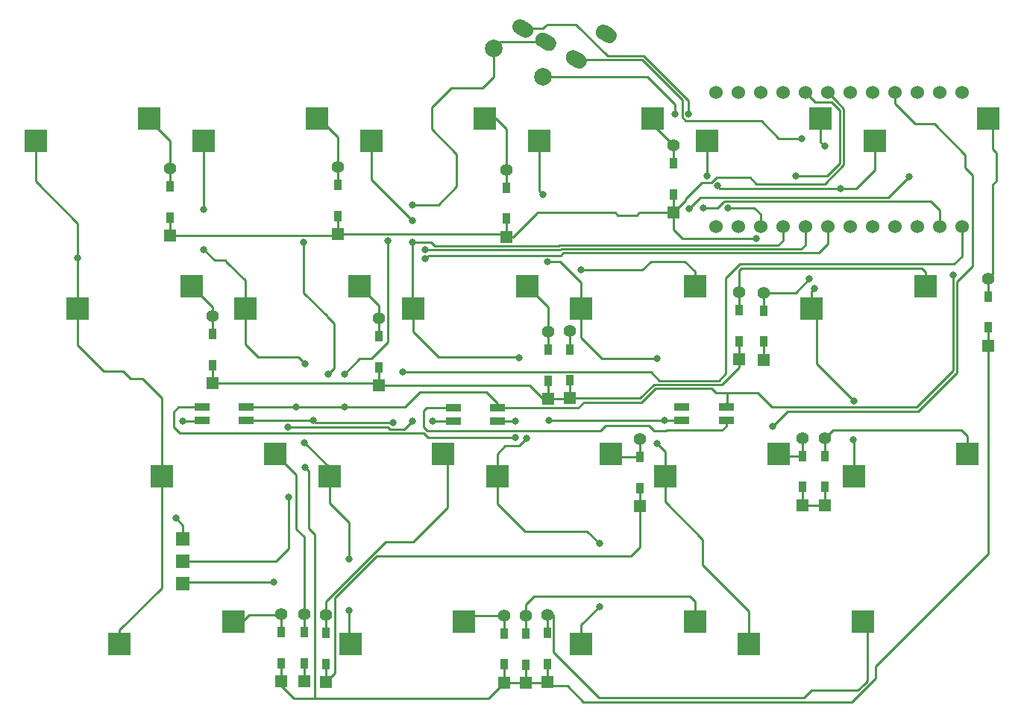
<source format=gbr>
G04 #@! TF.GenerationSoftware,KiCad,Pcbnew,(5.1.6-0-10_14)*
G04 #@! TF.CreationDate,2022-05-29T14:21:09+09:00*
G04 #@! TF.ProjectId,cool939,636f6f6c-3933-4392-9e6b-696361645f70,rev?*
G04 #@! TF.SameCoordinates,Original*
G04 #@! TF.FileFunction,Copper,L2,Bot*
G04 #@! TF.FilePolarity,Positive*
%FSLAX46Y46*%
G04 Gerber Fmt 4.6, Leading zero omitted, Abs format (unit mm)*
G04 Created by KiCad (PCBNEW (5.1.6-0-10_14)) date 2022-05-29 14:21:09*
%MOMM*%
%LPD*%
G01*
G04 APERTURE LIST*
G04 #@! TA.AperFunction,SMDPad,CuDef*
%ADD10R,0.950000X1.300000*%
G04 #@! TD*
G04 #@! TA.AperFunction,ComponentPad*
%ADD11R,1.397000X1.397000*%
G04 #@! TD*
G04 #@! TA.AperFunction,ComponentPad*
%ADD12C,1.397000*%
G04 #@! TD*
G04 #@! TA.AperFunction,ComponentPad*
%ADD13C,2.000000*%
G04 #@! TD*
G04 #@! TA.AperFunction,ComponentPad*
%ADD14C,1.524000*%
G04 #@! TD*
G04 #@! TA.AperFunction,SMDPad,CuDef*
%ADD15R,1.800000X0.820000*%
G04 #@! TD*
G04 #@! TA.AperFunction,SMDPad,CuDef*
%ADD16R,2.550000X2.500000*%
G04 #@! TD*
G04 #@! TA.AperFunction,SMDPad,CuDef*
%ADD17R,1.524000X1.524000*%
G04 #@! TD*
G04 #@! TA.AperFunction,ViaPad*
%ADD18C,0.800000*%
G04 #@! TD*
G04 #@! TA.AperFunction,Conductor*
%ADD19C,0.250000*%
G04 #@! TD*
G04 APERTURE END LIST*
D10*
X253750000Y-16665000D03*
X253750000Y-20215000D03*
D11*
X253750000Y-22250000D03*
D12*
X253750000Y-14630000D03*
D13*
X231514583Y9775000D03*
X225885417Y13025000D03*
D14*
X279038000Y-7201400D03*
X276498000Y-7201400D03*
X273958000Y-7201400D03*
X271418000Y-7201400D03*
X268878000Y-7201400D03*
X266338000Y-7201400D03*
X263798000Y-7201400D03*
X261258000Y-7201400D03*
X258718000Y-7201400D03*
X256178000Y-7201400D03*
X253638000Y-7201400D03*
X251098000Y-7201400D03*
X251098000Y8018600D03*
X253638000Y8018600D03*
X256178000Y8018600D03*
X258718000Y8018600D03*
X261258000Y8018600D03*
X263798000Y8018600D03*
X266338000Y8018600D03*
X268878000Y8018600D03*
X271418000Y8018600D03*
X273958000Y8018600D03*
X276498000Y8018600D03*
X279038000Y8018600D03*
D15*
X252270000Y-29230000D03*
X252270000Y-27730000D03*
X247270000Y-27730000D03*
X247270000Y-29230000D03*
D10*
X204360000Y-53295000D03*
X204360000Y-56845000D03*
D11*
X204360000Y-58880000D03*
D12*
X204360000Y-51260000D03*
D10*
X242500000Y-33385000D03*
X242500000Y-36935000D03*
D11*
X242500000Y-38970000D03*
D12*
X242500000Y-31350000D03*
D10*
X246280000Y5000D03*
X246280000Y-3545000D03*
D11*
X246280000Y-5580000D03*
D12*
X246280000Y2040000D03*
D16*
X192940000Y2540000D03*
X205867000Y5080000D03*
D12*
X282060000Y-13100000D03*
D11*
X282060000Y-20720000D03*
D10*
X282060000Y-18685000D03*
X282060000Y-15135000D03*
D12*
X263490000Y-31220000D03*
D11*
X263490000Y-38840000D03*
D10*
X263490000Y-36805000D03*
X263490000Y-33255000D03*
D12*
X227100000Y-51370000D03*
D11*
X227100000Y-58990000D03*
D10*
X227100000Y-56955000D03*
X227100000Y-53405000D03*
D16*
X173890000Y2540000D03*
X186817000Y5080000D03*
D15*
X221320000Y-29290000D03*
X221320000Y-27790000D03*
X226320000Y-27790000D03*
X226320000Y-29290000D03*
G04 #@! TA.AperFunction,ComponentPad*
G36*
G01*
X238737690Y15604775D02*
X239430510Y15204775D01*
G75*
G02*
X239741632Y14043653I-425000J-736122D01*
G01*
X239741632Y14043653D01*
G75*
G02*
X238580510Y13732531I-736122J425000D01*
G01*
X237887690Y14132531D01*
G75*
G02*
X237576568Y15293653I425000J736122D01*
G01*
X237576568Y15293653D01*
G75*
G02*
X238737690Y15604775I736122J-425000D01*
G01*
G37*
G04 #@! TD.AperFunction*
G04 #@! TA.AperFunction,ComponentPad*
G36*
G01*
X235338652Y12717469D02*
X236031472Y12317469D01*
G75*
G02*
X236342594Y11156347I-425000J-736122D01*
G01*
X236342594Y11156347D01*
G75*
G02*
X235181472Y10845225I-736122J425000D01*
G01*
X234488652Y11245225D01*
G75*
G02*
X234177530Y12406347I425000J736122D01*
G01*
X234177530Y12406347D01*
G75*
G02*
X235338652Y12717469I736122J-425000D01*
G01*
G37*
G04 #@! TD.AperFunction*
G04 #@! TA.AperFunction,ComponentPad*
G36*
G01*
X231874550Y14717469D02*
X232567370Y14317469D01*
G75*
G02*
X232878492Y13156347I-425000J-736122D01*
G01*
X232878492Y13156347D01*
G75*
G02*
X231717370Y12845225I-736122J425000D01*
G01*
X231024550Y13245225D01*
G75*
G02*
X230713428Y14406347I425000J736122D01*
G01*
X230713428Y14406347D01*
G75*
G02*
X231874550Y14717469I736122J-425000D01*
G01*
G37*
G04 #@! TD.AperFunction*
G04 #@! TA.AperFunction,ComponentPad*
G36*
G01*
X229276474Y16217469D02*
X229969294Y15817469D01*
G75*
G02*
X230280416Y14656347I-425000J-736122D01*
G01*
X230280416Y14656347D01*
G75*
G02*
X229119294Y14345225I-736122J425000D01*
G01*
X228426474Y14745225D01*
G75*
G02*
X228115352Y15906347I425000J736122D01*
G01*
X228115352Y15906347D01*
G75*
G02*
X229276474Y16217469I736122J-425000D01*
G01*
G37*
G04 #@! TD.AperFunction*
D12*
X231970000Y-51340000D03*
D11*
X231970000Y-58960000D03*
D10*
X231970000Y-56925000D03*
X231970000Y-53375000D03*
D15*
X197770000Y-29230000D03*
X197770000Y-27730000D03*
X192770000Y-27730000D03*
X192770000Y-29230000D03*
D16*
X226277500Y-35560000D03*
X239204500Y-33020000D03*
X178652500Y-16510000D03*
X191579500Y-13970000D03*
X197702500Y-16510000D03*
X210629500Y-13970000D03*
X207227500Y-35560000D03*
X220154500Y-33020000D03*
X216752500Y-16510000D03*
X229679500Y-13970000D03*
X188177500Y-35560000D03*
X201104500Y-33020000D03*
X235802500Y-16510000D03*
X248729500Y-13970000D03*
X235802500Y-54610000D03*
X248729500Y-52070000D03*
X261996500Y-16510000D03*
X274923500Y-13970000D03*
X269140000Y2540000D03*
X282067000Y5080000D03*
X245327500Y-35560000D03*
X258254500Y-33020000D03*
X183415000Y-54610000D03*
X196342000Y-52070000D03*
X250090000Y2540000D03*
X263017000Y5080000D03*
D10*
X256560000Y-16745000D03*
X256560000Y-20295000D03*
D11*
X256560000Y-22330000D03*
D12*
X256560000Y-14710000D03*
D10*
X227340000Y-2775000D03*
X227340000Y-6325000D03*
D11*
X227340000Y-8360000D03*
D12*
X227340000Y-740000D03*
D10*
X208240000Y-2515000D03*
X208240000Y-6065000D03*
D11*
X208240000Y-8100000D03*
D12*
X208240000Y-480000D03*
D16*
X211990000Y2540000D03*
X224917000Y5080000D03*
D17*
X190630000Y-47740000D03*
X190630000Y-45200000D03*
X190630000Y-42660000D03*
D10*
X201760000Y-53315000D03*
X201760000Y-56865000D03*
D11*
X201760000Y-58900000D03*
D12*
X201760000Y-51280000D03*
D10*
X232080000Y-21165000D03*
X232080000Y-24715000D03*
D11*
X232080000Y-26750000D03*
D12*
X232080000Y-19130000D03*
D10*
X194010000Y-19445000D03*
X194010000Y-22995000D03*
D11*
X194010000Y-25030000D03*
D12*
X194010000Y-17410000D03*
D10*
X206870000Y-53365000D03*
X206870000Y-56915000D03*
D11*
X206870000Y-58950000D03*
D12*
X206870000Y-51330000D03*
D10*
X260940000Y-33255000D03*
X260940000Y-36805000D03*
D11*
X260940000Y-38840000D03*
D12*
X260940000Y-31220000D03*
D10*
X229540000Y-53435000D03*
X229540000Y-56985000D03*
D11*
X229540000Y-59020000D03*
D12*
X229540000Y-51400000D03*
D10*
X212880000Y-19635000D03*
X212880000Y-23185000D03*
D11*
X212880000Y-25220000D03*
D12*
X212880000Y-17600000D03*
D10*
X189180000Y-2645000D03*
X189180000Y-6195000D03*
D11*
X189180000Y-8230000D03*
D12*
X189180000Y-610000D03*
D10*
X234570000Y-21145000D03*
X234570000Y-24695000D03*
D11*
X234570000Y-26730000D03*
D12*
X234570000Y-19110000D03*
D16*
X231040000Y2540000D03*
X243967000Y5080000D03*
X209609000Y-54610000D03*
X222536000Y-52070000D03*
X266758500Y-35560000D03*
X279685500Y-33020000D03*
X254852500Y-54610000D03*
X267779500Y-52070000D03*
D18*
X235760000Y-12140000D03*
X255710000Y-8594980D03*
X260180000Y-1430000D03*
X204480000Y-34570000D03*
X204310000Y-8955000D03*
X207080000Y-23960000D03*
X208930000Y-23950000D03*
X208970000Y-27730000D03*
X213860000Y-8840000D03*
X278050000Y-12740000D03*
X216680000Y-4740000D03*
X203450000Y-27730000D03*
X200920000Y-47640000D03*
X232200000Y-29210000D03*
X218930000Y-29340000D03*
X190570000Y-29340000D03*
X257600000Y-29875000D03*
X245270000Y-29230000D03*
X216650000Y-29330000D03*
X202490000Y-29955000D03*
X189810000Y-40350000D03*
X260880000Y2780000D03*
X248010000Y5550000D03*
X249680000Y-5070000D03*
X202600000Y-37940000D03*
X205370000Y-29230000D03*
X214490000Y-29490000D03*
X215570000Y-23710000D03*
X228330000Y-31150010D03*
X228320000Y-29350000D03*
X178652500Y-10747500D03*
X218140000Y-10880000D03*
X192970000Y-5260000D03*
X218120000Y-9800000D03*
X204410000Y-31760000D03*
X209460000Y-44950000D03*
X209450000Y-50860000D03*
X204440000Y-22820000D03*
X192970000Y-9810000D03*
X237890000Y-43210000D03*
X229640000Y-31240000D03*
X228770000Y-22100000D03*
X237880000Y-50360000D03*
X216650000Y-8960000D03*
X216630000Y-6540000D03*
X244470000Y-22200000D03*
X252440000Y-5100000D03*
X244450000Y-31880000D03*
X231450000Y-3560000D03*
X231980000Y-11210000D03*
X251265153Y-2590152D03*
X265260000Y-2880000D03*
X262300000Y-14270000D03*
X250080000Y-1430000D03*
X266790000Y-27020000D03*
X266710000Y-31440000D03*
X273080000Y-1570000D03*
X246460000Y5540000D03*
X248040000Y-5220000D03*
X263500000Y1890000D03*
X261750000Y-13130000D03*
D19*
X189180000Y-610000D02*
X189180000Y2520000D01*
X186817000Y4883000D02*
X186817000Y5080000D01*
X189180000Y2520000D02*
X186817000Y4883000D01*
X189180000Y-2645000D02*
X189180000Y-610000D01*
X206120000Y5080000D02*
X205867000Y5080000D01*
X208240000Y2960000D02*
X206120000Y5080000D01*
X208240000Y-2515000D02*
X208240000Y-480000D01*
X208240000Y-480000D02*
X208240000Y2960000D01*
X226140000Y5080000D02*
X227340000Y3880000D01*
X224917000Y5080000D02*
X226140000Y5080000D01*
X227340000Y3880000D02*
X227340000Y-740000D01*
X227340000Y-740000D02*
X227340000Y-2775000D01*
X243967000Y4353000D02*
X246280000Y2040000D01*
X246280000Y5000D02*
X246280000Y2040000D01*
X243967000Y5080000D02*
X243967000Y4353000D01*
X194010000Y-17410000D02*
X194010000Y-16400500D01*
X194010000Y-17410000D02*
X194010000Y-19445000D01*
X194010000Y-16400500D02*
X191579500Y-13970000D01*
X212880000Y-17600000D02*
X212880000Y-19635000D01*
X212880000Y-16220500D02*
X210629500Y-13970000D01*
X212880000Y-17600000D02*
X212880000Y-16220500D01*
X232080000Y-19130000D02*
X232080000Y-16370500D01*
X232080000Y-19130000D02*
X232080000Y-21165000D01*
X232080000Y-16370500D02*
X229679500Y-13970000D01*
X235760000Y-12140000D02*
X242740000Y-12140000D01*
X243720000Y-11160000D02*
X247600000Y-11160000D01*
X247600000Y-11160000D02*
X248729500Y-12289500D01*
X234570000Y-21145000D02*
X234570000Y-19110000D01*
X248729500Y-12289500D02*
X248729500Y-13970000D01*
X242740000Y-12140000D02*
X243720000Y-11160000D01*
X267240000Y-59880000D02*
X267935000Y-59185000D01*
X267779500Y-52070000D02*
X268292501Y-52583001D01*
X268292501Y-52583001D02*
X268292501Y-58827499D01*
X267935000Y-59185000D02*
X268217501Y-58902499D01*
X268292501Y-58827499D02*
X267935000Y-59185000D01*
X268541500Y-51308000D02*
X268097705Y-51751795D01*
X261090000Y-60740000D02*
X261950000Y-59880000D01*
X231970000Y-51340000D02*
X231970000Y-53375000D01*
X231970000Y-51340000D02*
X232700000Y-51340000D01*
X237847498Y-60740000D02*
X261090000Y-60740000D01*
X268217501Y-52508001D02*
X267779500Y-52070000D01*
X232700000Y-51340000D02*
X232700000Y-55592502D01*
X232700000Y-55592502D02*
X237847498Y-60740000D01*
X261950000Y-59880000D02*
X267240000Y-59880000D01*
X203500000Y-35415500D02*
X203500000Y-41580000D01*
X201104500Y-33020000D02*
X203500000Y-35415500D01*
X203500000Y-41580000D02*
X204360000Y-42440000D01*
X204360000Y-42440000D02*
X204360000Y-51260000D01*
X204360000Y-51260000D02*
X204360000Y-53295000D01*
X206870000Y-51330000D02*
X206870000Y-49770000D01*
X220667501Y-39132499D02*
X220667501Y-33533001D01*
X220667501Y-33533001D02*
X220154500Y-33020000D01*
X213590000Y-43050000D02*
X216750000Y-43050000D01*
X206870000Y-51330000D02*
X206870000Y-53365000D01*
X220154500Y-33020000D02*
X221170500Y-33020000D01*
X206870000Y-49770000D02*
X213590000Y-43050000D01*
X216750000Y-43050000D02*
X220667501Y-39132499D01*
X239569500Y-33385000D02*
X239204500Y-33020000D01*
X242500000Y-33385000D02*
X239569500Y-33385000D01*
X242500000Y-31350000D02*
X242500000Y-33385000D01*
X229540000Y-51400000D02*
X229540000Y-50100000D01*
X229540000Y-50100000D02*
X230450000Y-49190000D01*
X230450000Y-49190000D02*
X248130000Y-49190000D01*
X248729500Y-49789500D02*
X248729500Y-52070000D01*
X248130000Y-49190000D02*
X248729500Y-49789500D01*
X229540000Y-53435000D02*
X229540000Y-51400000D01*
X264420000Y-30290000D02*
X279000000Y-30290000D01*
X279685500Y-30975500D02*
X279685500Y-33020000D01*
X263490000Y-31220000D02*
X264420000Y-30290000D01*
X279000000Y-30290000D02*
X279685500Y-30975500D01*
X263490000Y-31220000D02*
X263490000Y-33255000D01*
X227100000Y-51370000D02*
X223236000Y-51370000D01*
X223236000Y-51370000D02*
X222536000Y-52070000D01*
X227100000Y-51370000D02*
X227100000Y-53405000D01*
X222536000Y-52070000D02*
X223552000Y-52070000D01*
X227340000Y-6325000D02*
X227340000Y-8360000D01*
X239989200Y-5905020D02*
X242127801Y-5905019D01*
X247650000Y-4090000D02*
X247650000Y-4210000D01*
X247650000Y-4210000D02*
X246280000Y-5580000D01*
X249500000Y-2240000D02*
X247650000Y-4090000D01*
X250590000Y-2240000D02*
X251190000Y-1640000D01*
X250590000Y-2240000D02*
X249500000Y-2240000D01*
X263474999Y-2375001D02*
X255714999Y-2375001D01*
X251190000Y-1640000D02*
X254979998Y-1640000D01*
X254979998Y-1640000D02*
X255714999Y-2375001D01*
X247324980Y-8594980D02*
X246280000Y-7550000D01*
X246280000Y-7550000D02*
X246280000Y-5580000D01*
X255710000Y-8594980D02*
X247324980Y-8594980D01*
X265640000Y6190000D02*
X265640000Y-210000D01*
X265640000Y-210000D02*
X263474999Y-2375001D01*
X264828300Y6988300D02*
X264841700Y6988300D01*
X263798000Y8018600D02*
X264828300Y6988300D01*
X264841700Y6988300D02*
X265640000Y6190000D01*
X242127801Y-5905019D02*
X242306410Y-5726410D01*
X246280000Y-5580000D02*
X242452820Y-5580000D01*
X242452820Y-5580000D02*
X242306410Y-5726410D01*
X246280000Y-3545000D02*
X246280000Y-5580000D01*
X256560000Y-22330000D02*
X256610000Y-22330000D01*
X256560000Y-20295000D02*
X256560000Y-22330000D01*
X227340000Y-8360000D02*
X228110000Y-8360000D01*
X230820000Y-5650000D02*
X230820000Y-5635031D01*
X228110000Y-8360000D02*
X230820000Y-5650000D01*
X230820000Y-5635031D02*
X239719209Y-5635031D01*
X239719209Y-5635031D02*
X239989200Y-5905020D01*
X208240000Y-6065000D02*
X208240000Y-8100000D01*
X189180000Y-8230000D02*
X208110000Y-8230000D01*
X189180000Y-8230000D02*
X189180000Y-6195000D01*
X208240000Y-8100000D02*
X227080000Y-8100000D01*
X227080000Y-8100000D02*
X227340000Y-8360000D01*
X208110000Y-8230000D02*
X208240000Y-8100000D01*
X265189990Y6003600D02*
X265189990Y-23600D01*
X264673590Y6520000D02*
X265189990Y6003600D01*
X261258000Y8018600D02*
X262345001Y6931599D01*
X264248591Y6931599D02*
X264660190Y6520000D01*
X262345001Y6931599D02*
X264248591Y6931599D01*
X264660190Y6520000D02*
X264673590Y6520000D01*
X265189990Y-23600D02*
X263783590Y-1430000D01*
X263783590Y-1430000D02*
X260180000Y-1430000D01*
X234570000Y-26730000D02*
X241290000Y-26730000D01*
X244070000Y-25170000D02*
X242510000Y-26730000D01*
X242510000Y-26730000D02*
X241290000Y-26730000D01*
X253750000Y-22250000D02*
X253750000Y-23198500D01*
X251778500Y-25170000D02*
X244070000Y-25170000D01*
X253750000Y-23198500D02*
X251778500Y-25170000D01*
X253750000Y-20215000D02*
X253750000Y-22250000D01*
X212690000Y-25030000D02*
X212880000Y-25220000D01*
X212880000Y-23185000D02*
X212880000Y-25220000D01*
X232080000Y-24715000D02*
X232080000Y-26750000D01*
X234550000Y-26750000D02*
X234570000Y-26730000D01*
X231450000Y-26750000D02*
X232080000Y-26750000D01*
X229920000Y-25220000D02*
X231450000Y-26750000D01*
X194010000Y-22995000D02*
X194010000Y-25030000D01*
X212880000Y-25220000D02*
X229920000Y-25220000D01*
X234570000Y-26730000D02*
X234570000Y-24695000D01*
X232080000Y-26750000D02*
X234550000Y-26750000D01*
X194010000Y-25030000D02*
X212690000Y-25030000D01*
X212636410Y-44640000D02*
X241470000Y-44640000D01*
X260940000Y-36805000D02*
X260940000Y-38840000D01*
X242500000Y-36935000D02*
X242500000Y-38970000D01*
X260940000Y-38840000D02*
X263490000Y-38840000D01*
X206870000Y-56915000D02*
X206870000Y-58950000D01*
X207893501Y-49382909D02*
X212636410Y-44640000D01*
X207893501Y-57926499D02*
X207893501Y-49382909D01*
X206870000Y-58950000D02*
X207893501Y-57926499D01*
X241470000Y-44640000D02*
X242500000Y-43610000D01*
X242500000Y-43610000D02*
X242500000Y-38970000D01*
X263490000Y-36805000D02*
X263490000Y-38840000D01*
X204360000Y-56845000D02*
X204360000Y-58880000D01*
X206990000Y-17420000D02*
X207750000Y-18180000D01*
X204310000Y-14720000D02*
X206990000Y-17400000D01*
X206990000Y-17400000D02*
X206990000Y-17420000D01*
X234260000Y-59390000D02*
X232400000Y-59390000D01*
X232400000Y-59390000D02*
X231970000Y-58960000D01*
X236060010Y-61190010D02*
X234260000Y-59390000D01*
X269270000Y-57190000D02*
X269270000Y-58486410D01*
X266566400Y-61190010D02*
X236060010Y-61190010D01*
X269270000Y-58486410D02*
X266566400Y-61190010D01*
X282060000Y-44400000D02*
X269270000Y-57190000D01*
X282060000Y-20720000D02*
X282060000Y-44400000D01*
X204480000Y-34570000D02*
X204879999Y-34969999D01*
X205580000Y-42190000D02*
X205360000Y-41970000D01*
X205580000Y-52390000D02*
X205580000Y-42190000D01*
X205360000Y-41970000D02*
X205360000Y-41960000D01*
X204879999Y-41479999D02*
X205360000Y-41960000D01*
X205360000Y-41960000D02*
X205500000Y-42100000D01*
X205580000Y-52390000D02*
X205580000Y-51890000D01*
X205580000Y-60770000D02*
X205580000Y-52390000D01*
X203170000Y-60770000D02*
X205580000Y-60770000D01*
X205580000Y-60770000D02*
X206650000Y-60770000D01*
X204879999Y-37929999D02*
X204879999Y-41269999D01*
X204879999Y-34969999D02*
X204879999Y-37929999D01*
X204879999Y-37929999D02*
X204879999Y-41479999D01*
X206650000Y-60770000D02*
X225320000Y-60770000D01*
X201760000Y-56865000D02*
X201760000Y-58900000D01*
X201760000Y-59360000D02*
X203170000Y-60770000D01*
X201760000Y-58900000D02*
X201760000Y-59360000D01*
X204310000Y-8955000D02*
X204310000Y-14720000D01*
X229540000Y-59020000D02*
X231910000Y-59020000D01*
X231910000Y-59020000D02*
X231970000Y-58960000D01*
X282060000Y-20720000D02*
X282060000Y-18685000D01*
X225320000Y-60770000D02*
X227100000Y-58990000D01*
X229540000Y-56985000D02*
X229540000Y-59020000D01*
X227100000Y-58990000D02*
X227100000Y-56955000D01*
X231970000Y-58960000D02*
X231970000Y-56925000D01*
X227130000Y-59020000D02*
X227100000Y-58990000D01*
X229540000Y-59020000D02*
X227130000Y-59020000D01*
X207750000Y-18180000D02*
X207750000Y-23290000D01*
X207750000Y-23290000D02*
X207080000Y-23960000D01*
X211985002Y-22240000D02*
X210640000Y-22240000D01*
X235492002Y-27790000D02*
X236101992Y-27180010D01*
X208970000Y-27730000D02*
X215800000Y-27730000D01*
X252370000Y-26070000D02*
X251104486Y-26070000D01*
X213860000Y-8840000D02*
X213903501Y-8883501D01*
X225054486Y-26030000D02*
X226320000Y-27295514D01*
X210640000Y-22240000D02*
X208930000Y-23950000D01*
X213903501Y-20321501D02*
X211985002Y-22240000D01*
X236101992Y-27180010D02*
X242696401Y-27180009D01*
X242696401Y-27180009D02*
X244256400Y-25620010D01*
X215800000Y-27730000D02*
X217500000Y-26030000D01*
X213903501Y-8883501D02*
X213903501Y-20321501D01*
X244256400Y-25620010D02*
X250654496Y-25620010D01*
X217500000Y-26030000D02*
X225054486Y-26030000D01*
X226320000Y-27790000D02*
X235492002Y-27790000D01*
X219590000Y-4740000D02*
X216680000Y-4740000D01*
X273894999Y-27745001D02*
X278050000Y-23590000D01*
X255840000Y-26070000D02*
X257515001Y-27745001D01*
X252370000Y-26070000D02*
X255840000Y-26070000D01*
X257515001Y-27745001D02*
X273894999Y-27745001D01*
X221690000Y-2640000D02*
X219590000Y-4740000D01*
X218870000Y6360000D02*
X218870000Y3840000D01*
X278050000Y-23590000D02*
X278050000Y-12740000D01*
X221690000Y1020000D02*
X221690000Y-2640000D01*
X221030000Y8520000D02*
X218870000Y6360000D01*
X218870000Y3840000D02*
X221690000Y1020000D01*
X231795960Y13781347D02*
X226641764Y13781347D01*
X226641764Y13781347D02*
X225885417Y13025000D01*
X225885417Y9765417D02*
X224640000Y8520000D01*
X224640000Y8520000D02*
X221030000Y8520000D01*
X225885417Y13025000D02*
X225885417Y9765417D01*
X203450000Y-27730000D02*
X208970000Y-27730000D01*
X197770000Y-27730000D02*
X203450000Y-27730000D01*
X251104486Y-26070000D02*
X250654496Y-25620010D01*
X252370000Y-27630000D02*
X252270000Y-27730000D01*
X252370000Y-26070000D02*
X252370000Y-27630000D01*
X252270000Y-27235514D02*
X252270000Y-27730000D01*
X226320000Y-27295514D02*
X226320000Y-27790000D01*
X190730000Y-47640000D02*
X190630000Y-47740000D01*
X200920000Y-47640000D02*
X190730000Y-47640000D01*
X244910000Y-29230000D02*
X232220000Y-29230000D01*
X192660000Y-29340000D02*
X192770000Y-29230000D01*
X190570000Y-29340000D02*
X192660000Y-29340000D01*
X232220000Y-29230000D02*
X232200000Y-29210000D01*
X247270000Y-29230000D02*
X245270000Y-29230000D01*
X221270000Y-29340000D02*
X221320000Y-29290000D01*
X218930000Y-29340000D02*
X221270000Y-29340000D01*
X273710000Y4440000D02*
X275930000Y4440000D01*
X275930000Y4440000D02*
X279440000Y930000D01*
X271418000Y6732000D02*
X273710000Y4440000D01*
X271418000Y8018600D02*
X271418000Y6732000D01*
X279440000Y-560000D02*
X279440000Y930000D01*
X280250000Y-1370000D02*
X279440000Y-560000D01*
X280250000Y-11720000D02*
X280250000Y-1370000D01*
X278500010Y-13469990D02*
X280250000Y-11720000D01*
X278500010Y-23776400D02*
X278500010Y-13469990D01*
X274081400Y-28195010D02*
X278500010Y-23776400D01*
X259279989Y-28195011D02*
X274081400Y-28195010D01*
X257600000Y-29875000D02*
X259279989Y-28195011D01*
X245270000Y-29230000D02*
X244910000Y-29230000D01*
X247270000Y-29230000D02*
X246080000Y-29230000D01*
X215764999Y-30215001D02*
X216650000Y-29330000D01*
X202490000Y-29955000D02*
X213881998Y-29955000D01*
X213881998Y-29955000D02*
X214141999Y-30215001D01*
X214141999Y-30215001D02*
X215764999Y-30215001D01*
X190630000Y-41170000D02*
X189810000Y-40350000D01*
X190630000Y-42660000D02*
X190630000Y-41170000D01*
X238572243Y11781347D02*
X238643600Y11709990D01*
X235260062Y11781347D02*
X238572243Y11781347D01*
X242479990Y11709990D02*
X242720010Y11709990D01*
X238643600Y11709990D02*
X242479990Y11709990D01*
X242479990Y11709990D02*
X242763600Y11709990D01*
X247284999Y5201999D02*
X247696998Y4790000D01*
X247284999Y7145001D02*
X247284999Y5201999D01*
X242720010Y11709990D02*
X247284999Y7145001D01*
X247696998Y4790000D02*
X256040000Y4790000D01*
X256040000Y4790000D02*
X256250000Y4790000D01*
X256250000Y4790000D02*
X258260000Y2780000D01*
X258260000Y2780000D02*
X260880000Y2780000D01*
X248010000Y5550000D02*
X248010000Y7100000D01*
X248010000Y7100000D02*
X242950000Y12160000D01*
X235240000Y15750000D02*
X231966537Y15750000D01*
X242950000Y12160000D02*
X238830000Y12160000D01*
X238830000Y12160000D02*
X235240000Y15750000D01*
X231966537Y15750000D02*
X231738268Y15521732D01*
X229197884Y15281347D02*
X231497883Y15281347D01*
X231497883Y15281347D02*
X231738268Y15521732D01*
X231738268Y15521732D02*
X231497884Y15281347D01*
X251991501Y-4401501D02*
X251323002Y-5070000D01*
X251991501Y-4401501D02*
X252065497Y-4401501D01*
X275544999Y-4374999D02*
X276498000Y-5328000D01*
X252065497Y-4401501D02*
X252091999Y-4374999D01*
X252091999Y-4374999D02*
X275544999Y-4374999D01*
X251323002Y-5070000D02*
X249680000Y-5070000D01*
X276498000Y-7201400D02*
X276498000Y-5328000D01*
X197770000Y-29230000D02*
X205370000Y-29230000D01*
X214490000Y-29490000D02*
X205630000Y-29490000D01*
X252250000Y-20740000D02*
X252250000Y-20890000D01*
X205370000Y-29230000D02*
X205630000Y-29490000D01*
X243720000Y-23710000D02*
X244729990Y-24719990D01*
X252250000Y-22100000D02*
X252250000Y-20740000D01*
X215570000Y-23710000D02*
X243720000Y-23710000D01*
X251430010Y-24719990D02*
X252250000Y-23900000D01*
X244729990Y-24719990D02*
X251430010Y-24719990D01*
X252250000Y-23900000D02*
X252250000Y-22100000D01*
X252250000Y-20740000D02*
X252250000Y-13040000D01*
X252250000Y-13040000D02*
X253825001Y-11464999D01*
X279038000Y-10602000D02*
X279038000Y-7201400D01*
X253825001Y-11464999D02*
X278175001Y-11464999D01*
X278175001Y-11464999D02*
X279038000Y-10602000D01*
X190630000Y-45200000D02*
X201190000Y-45200000D01*
X202600000Y-43790000D02*
X202600000Y-37940000D01*
X201190000Y-45200000D02*
X202600000Y-43790000D01*
X228320000Y-29350000D02*
X226380000Y-29350000D01*
X226380000Y-29350000D02*
X226320000Y-29290000D01*
X217968501Y-30694999D02*
X218423512Y-31150010D01*
X190110000Y-27730000D02*
X189540000Y-28300000D01*
X190214999Y-30694999D02*
X217968501Y-30694999D01*
X189540000Y-28300000D02*
X189540000Y-30020000D01*
X192770000Y-27730000D02*
X190110000Y-27730000D01*
X189540000Y-30020000D02*
X190214999Y-30694999D01*
X218423512Y-31150010D02*
X228330000Y-31150010D01*
X218260000Y-27790000D02*
X221320000Y-27790000D01*
X217920000Y-28130000D02*
X218260000Y-27790000D01*
X218365010Y-30425010D02*
X217920000Y-29980000D01*
X244105010Y-30425010D02*
X243480000Y-29800000D01*
X243480000Y-29800000D02*
X238610020Y-29800000D01*
X251794990Y-30365010D02*
X245535010Y-30365010D01*
X245475010Y-30425010D02*
X244105010Y-30425010D01*
X238610020Y-29800000D02*
X237985010Y-30425010D01*
X252270000Y-29890000D02*
X251794990Y-30365010D01*
X217920000Y-29980000D02*
X217920000Y-28130000D01*
X237985010Y-30425010D02*
X218365010Y-30425010D01*
X245535010Y-30365010D02*
X245475010Y-30425010D01*
X252270000Y-29230000D02*
X252270000Y-29890000D01*
X178652500Y-16510000D02*
X178652500Y-20662500D01*
X178652500Y-20662500D02*
X181620000Y-23630000D01*
X188177500Y-26667500D02*
X188177500Y-35560000D01*
X173890000Y2540000D02*
X173890000Y-2080000D01*
X173890000Y-2080000D02*
X178652500Y-6842500D01*
X178652500Y-6842500D02*
X178652500Y-10747500D01*
X188177500Y-48272500D02*
X183415000Y-53035000D01*
X186010000Y-24500000D02*
X188177500Y-26667500D01*
X178652500Y-10747500D02*
X178652500Y-16510000D01*
X188177500Y-35560000D02*
X188177500Y-48272500D01*
X184675699Y-24500000D02*
X186010000Y-24500000D01*
X233740000Y-10220000D02*
X233475001Y-10484999D01*
X181620000Y-23630000D02*
X183805699Y-23630000D01*
X233475001Y-10484999D02*
X218535001Y-10484999D01*
X183805699Y-23630000D02*
X184675699Y-24500000D01*
X183415000Y-54610000D02*
X182372000Y-54610000D01*
X263798000Y-7201400D02*
X263978600Y-7201400D01*
X262780000Y-10220000D02*
X263798000Y-9202000D01*
X263798000Y-9202000D02*
X263798000Y-7201400D01*
X233740000Y-10220000D02*
X262780000Y-10220000D01*
X218535001Y-10484999D02*
X218140000Y-10880000D01*
X183415000Y-53035000D02*
X183415000Y-54610000D01*
X197702500Y-16510000D02*
X197702500Y-20602500D01*
X204410000Y-31760000D02*
X207227500Y-34577500D01*
X209450000Y-41840000D02*
X209450000Y-42140000D01*
X209450000Y-40850000D02*
X209450000Y-41840000D01*
X195690000Y-11340000D02*
X197702500Y-13352500D01*
X195390000Y-11040000D02*
X195690000Y-11340000D01*
X203680000Y-22060000D02*
X204440000Y-22820000D01*
X207227500Y-35560000D02*
X207227500Y-38627500D01*
X209460000Y-44950000D02*
X209460000Y-41850000D01*
X209460000Y-41850000D02*
X209450000Y-41840000D01*
X209450000Y-50860000D02*
X209450000Y-54451000D01*
X209450000Y-54451000D02*
X209609000Y-54610000D01*
X197702500Y-20602500D02*
X199160000Y-22060000D01*
X199160000Y-22060000D02*
X203680000Y-22060000D01*
X194200000Y-11040000D02*
X195390000Y-11040000D01*
X195510000Y-11160000D02*
X195690000Y-11340000D01*
X197702500Y-13352500D02*
X197702500Y-16510000D01*
X192970000Y-9810000D02*
X194200000Y-11040000D01*
X192940000Y-5230000D02*
X192970000Y-5260000D01*
X192940000Y2540000D02*
X192940000Y-5230000D01*
X207227500Y-38627500D02*
X209450000Y-40850000D01*
X207227500Y-34577500D02*
X207227500Y-35560000D01*
X218120000Y-9800000D02*
X218153511Y-9833511D01*
X218153511Y-9833511D02*
X233490079Y-9833511D01*
X233490079Y-9833511D02*
X233553600Y-9769990D01*
X233553600Y-9769990D02*
X260810010Y-9769990D01*
X260810010Y-9769990D02*
X261258000Y-9322000D01*
X261258000Y-9322000D02*
X261258000Y-7201400D01*
X216650000Y-8960000D02*
X218772998Y-8960000D01*
X218772998Y-8960000D02*
X219196499Y-9383501D01*
X219196499Y-9383501D02*
X233303679Y-9383501D01*
X233367200Y-9319980D02*
X258190020Y-9319980D01*
X233303679Y-9383501D02*
X233367200Y-9319980D01*
X258190020Y-9319980D02*
X258718000Y-8792000D01*
X258718000Y-8792000D02*
X258718000Y-7201400D01*
X235802500Y-54610000D02*
X235802500Y-52437500D01*
X235802500Y-52437500D02*
X237880000Y-50360000D01*
X226277500Y-35560000D02*
X226277500Y-38687500D01*
X216752500Y-16510000D02*
X216640000Y-16397500D01*
X229430000Y-41840000D02*
X236520000Y-41840000D01*
X216752500Y-16510000D02*
X216752500Y-19132500D01*
X219640000Y-22020000D02*
X228690000Y-22020000D01*
X236520000Y-41840000D02*
X237890000Y-43210000D01*
X228800000Y-32080000D02*
X227200000Y-32080000D01*
X229640000Y-31240000D02*
X228800000Y-32080000D01*
X226277500Y-33002500D02*
X226277500Y-35560000D01*
X216640000Y-8970000D02*
X216650000Y-8960000D01*
X228690000Y-22020000D02*
X228770000Y-22100000D01*
X216752500Y-19132500D02*
X219640000Y-22020000D01*
X226277500Y-38687500D02*
X229430000Y-41840000D01*
X216640000Y-16397500D02*
X216640000Y-8970000D01*
X227200000Y-32080000D02*
X226277500Y-33002500D01*
X211990000Y-1900000D02*
X216630000Y-6540000D01*
X211990000Y2540000D02*
X211990000Y-1900000D01*
X245352500Y-38482500D02*
X249630000Y-42760000D01*
X249630000Y-45690000D02*
X254830000Y-50890000D01*
X249630000Y-42760000D02*
X249630000Y-45690000D01*
X245327500Y-38482500D02*
X245352500Y-38482500D01*
X256178000Y-5808000D02*
X255470000Y-5100000D01*
X256178000Y-7201400D02*
X256178000Y-5808000D01*
X255470000Y-5100000D02*
X252440000Y-5100000D01*
X245327500Y-32757500D02*
X244450000Y-31880000D01*
X245327500Y-35560000D02*
X245327500Y-32757500D01*
X235802500Y-18821002D02*
X235802500Y-19872500D01*
X238130000Y-22200000D02*
X239740000Y-22200000D01*
X239740000Y-22200000D02*
X239181498Y-22200000D01*
X233110000Y-11210000D02*
X233470000Y-11210000D01*
X235802500Y-16510000D02*
X235802500Y-18821002D01*
X231040000Y2540000D02*
X231040000Y-3150000D01*
X231040000Y-3150000D02*
X231450000Y-3560000D01*
X233470000Y-11210000D02*
X235802500Y-13542500D01*
X235802500Y-13542500D02*
X235802500Y-16510000D01*
X231980000Y-11210000D02*
X233110000Y-11210000D01*
X244470000Y-22200000D02*
X239740000Y-22200000D01*
X235802500Y-19872500D02*
X238130000Y-22200000D01*
X245327500Y-35560000D02*
X245327500Y-38482500D01*
X254830000Y-54587500D02*
X254852500Y-54610000D01*
X254830000Y-50890000D02*
X254830000Y-54587500D01*
X251555001Y-2880000D02*
X251265153Y-2590152D01*
X265260000Y-2880000D02*
X251555001Y-2880000D01*
X267010000Y-2880000D02*
X265260000Y-2880000D01*
X261996500Y-14573500D02*
X262300000Y-14270000D01*
X261996500Y-16510000D02*
X261996500Y-14573500D01*
X250090000Y2540000D02*
X250090000Y-1420000D01*
X250090000Y-1420000D02*
X250080000Y-1430000D01*
X269140000Y-750000D02*
X267010000Y-2880000D01*
X269140000Y2540000D02*
X269140000Y-750000D01*
X262590000Y-22820000D02*
X262590000Y-17103500D01*
X262590000Y-17103500D02*
X261996500Y-16510000D01*
X266790000Y-27020000D02*
X262590000Y-22820000D01*
X266758500Y-35560000D02*
X266758500Y-31488500D01*
X266758500Y-31488500D02*
X266710000Y-31440000D01*
X234485000Y9775000D02*
X234014583Y9775000D01*
X231514583Y9775000D02*
X234485000Y9775000D01*
X249335011Y-3924989D02*
X248040000Y-5220000D01*
X250465011Y-3924989D02*
X249335011Y-3924989D01*
X253910000Y-3924989D02*
X250465011Y-3924989D01*
X270725011Y-3924989D02*
X253910000Y-3924989D01*
X273080000Y-1570000D02*
X270725011Y-3924989D01*
X246460000Y6650000D02*
X246460000Y5540000D01*
X243335000Y9775000D02*
X246460000Y6650000D01*
X234485000Y9775000D02*
X243335000Y9775000D01*
X260940000Y-31220000D02*
X260940000Y-33255000D01*
X260940000Y-33255000D02*
X258489500Y-33255000D01*
X258489500Y-33255000D02*
X258254500Y-33020000D01*
X258254500Y-33020000D02*
X258767501Y-33533001D01*
X282505001Y4641999D02*
X282505001Y1604999D01*
X282960000Y-1990000D02*
X282505001Y-2444999D01*
X282505001Y1604999D02*
X282960000Y1150000D01*
X282067000Y5080000D02*
X282505001Y4641999D01*
X282960000Y1150000D02*
X282960000Y-1990000D01*
X282505001Y-2444999D02*
X282505001Y-12654999D01*
X282505001Y-12654999D02*
X282060000Y-13100000D01*
X282060000Y-13100000D02*
X282060000Y-15135000D01*
X201732000Y-51308000D02*
X201760000Y-51280000D01*
X198120000Y-51308000D02*
X201732000Y-51308000D01*
X201760000Y-51280000D02*
X201760000Y-53315000D01*
X196342000Y-52070000D02*
X197358000Y-52070000D01*
X197358000Y-52070000D02*
X198120000Y-51308000D01*
X263017000Y2373000D02*
X263017000Y5080000D01*
X256560000Y-14710000D02*
X260170000Y-14710000D01*
X260170000Y-14710000D02*
X261750000Y-13130000D01*
X256560000Y-14710000D02*
X256560000Y-16745000D01*
X263500000Y1890000D02*
X263017000Y2373000D01*
X253750000Y-14630000D02*
X253750000Y-12176410D01*
X254011401Y-11915009D02*
X274465009Y-11915009D01*
X274923500Y-12373500D02*
X274923500Y-13970000D01*
X253750000Y-12176410D02*
X254011401Y-11915009D01*
X274465009Y-11915009D02*
X274923500Y-12373500D01*
X253750000Y-14630000D02*
X253750000Y-16665000D01*
M02*

</source>
